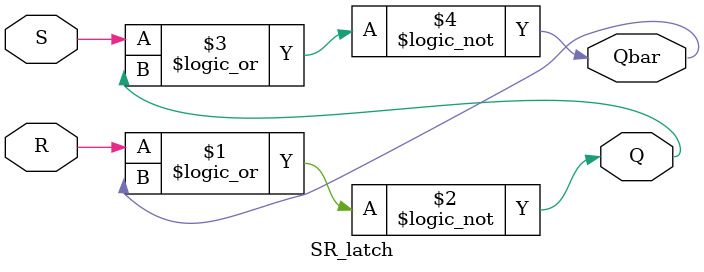
<source format=v>
module SR_latch( R, S, Q, Qbar );

  input R, S;
  output Q, Qbar;

  assign Q = !(R || Qbar);
  assign Qbar = !(S || Q);

endmodule

</source>
